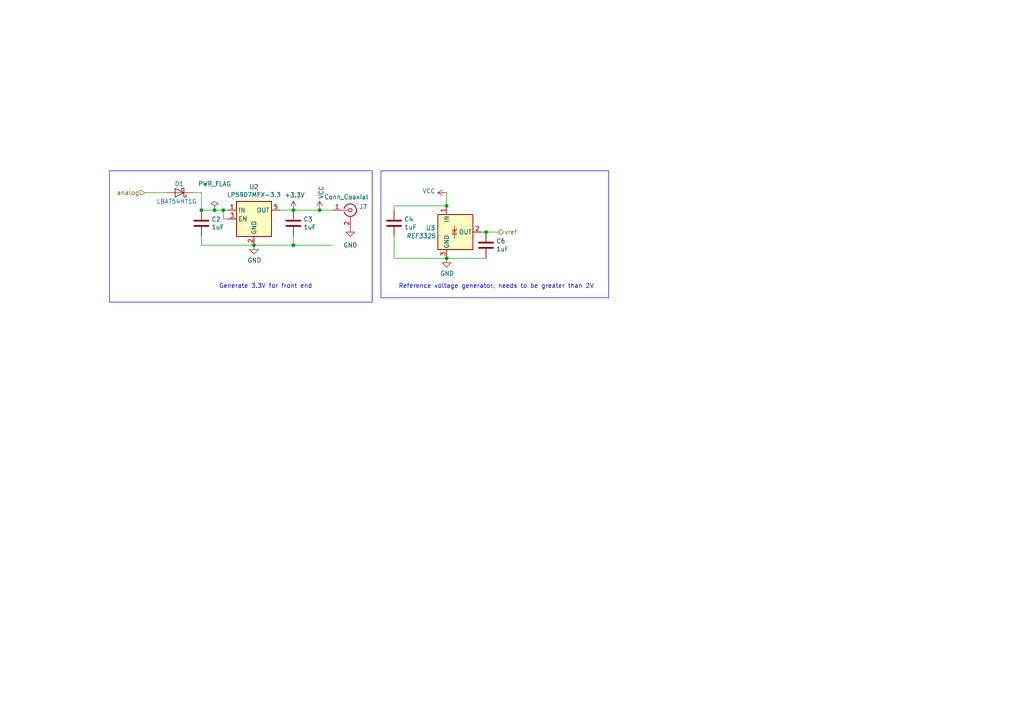
<source format=kicad_sch>
(kicad_sch (version 20230121) (generator eeschema)
  (paper "A4")
  (title_block (date "2023-08-21") (rev "9") (company "Boulder, CO 80305") (comment 1 "325 Broadway") (comment 2 "NIST") (comment 3 "Sae Woo Nam"))
  (lib_symbols
    (symbol "0JLC-6:LP5907MFX-3.3"
      (property "Reference" "U" (at -3.81 6.35 0))
      (property "Value" "LP5907MFX-3.3" (at 6.35 6.35 0))
      (symbol "LP5907MFX-3.3_0_1"
        (rectangle (start -5.08 -5.08) (end 5.08 5.08) (stroke (width 0.254)) (fill (type background)))
        (pin power_in line (at -7.62 2.54 0) (length 2.54) (name "IN") (number "1"))
        (pin power_in line (at 0 -7.62 90) (length 2.54) (name "GND") (number "2"))
        (pin input line (at -7.62 0 0) (length 2.54) (name "EN") (number "3"))
        (pin no_connect line (at 5.08 0 180) (length 2.54) hide (name "NC") (number "4"))
        (pin power_out line (at 7.62 2.54 180) (length 2.54) (name "OUT") (number "5"))
      )
    )
    (symbol "0JLC-7:1uF" (pin_numbers hide) (pin_names (offset 0.254))
      (property "Reference" "C2" (at 2.921 1.1684 0))
      (property "Value" "1uF" (at 2.921 -1.143 0))
      (symbol "1uF_0_1"
        (polyline (pts (xy -2.032 -0.762) (xy 2.032 -0.762)) (stroke (width 0.508)))
        (polyline (pts (xy -2.032 0.762) (xy 2.032 0.762)) (stroke (width 0.508)))
      )
      (symbol "1uF_1_1"
        (pin passive line (at 0 3.81 270) (length 2.794) (name "~") (number "1"))
        (pin passive line (at 0 -3.81 90) (length 2.794) (name "~") (number "2"))
      )
    )
    (symbol "0JLC-7:LBAT54HT1G" (pin_numbers hide) (pin_names (offset 1.016) hide)
      (property "Reference" "D1" (at -1.27 -2.54 0))
      (property "Value" "LBAT54HT1G" (at -5.08 2.54 0))
      (symbol "LBAT54HT1G_0_1"
        (polyline (pts (xy 1.27 0) (xy -1.27 0)))
        (polyline (pts (xy 1.27 1.27) (xy 1.27 -1.27) (xy -1.27 0) (xy 1.27 1.27)) (stroke (width 0.2032)))
        (polyline (pts (xy -1.905 0.635) (xy -1.905 1.27) (xy -1.27 1.27) (xy -1.27 -1.27) (xy -0.635 -1.27) (xy -0.635 -0.635)) (stroke (width 0.2032)))
      )
      (symbol "LBAT54HT1G_1_1"
        (pin passive line (at -3.81 0 0) (length 2.54) (name "K") (number "1"))
        (pin passive line (at 3.81 0 180) (length 2.54) (name "A") (number "2"))
      )
    )
    (symbol "Connector:Conn_Coaxial" (pin_names (offset 1.016) hide)
      (property "Reference" "J" (at 0.254 3.048 0))
      (property "Value" "Conn_Coaxial" (at 2.921 0 90))
      (symbol "Conn_Coaxial_0_1"
        (arc (start -1.778 -0.508) (mid 0.2311 -1.8066) (end 1.778 0) (stroke (width 0.254)))
        (polyline (pts (xy -2.54 0) (xy -0.508 0)))
        (polyline (pts (xy 0 -2.54) (xy 0 -1.778)))
        (circle (center 0 0) (radius 0.508) (stroke (width 0.2032)))
        (arc (start 1.778 0) (mid 0.2099 1.8101) (end -1.778 0.508) (stroke (width 0.254)))
      )
      (symbol "Conn_Coaxial_1_1"
        (pin passive line (at -5.08 0 0) (length 2.54) (name "In") (number "1"))
        (pin passive line (at 0 -5.08 90) (length 2.54) (name "Ext") (number "2"))
      )
    )
    (symbol "Reference_Voltage:REF3033" (pin_names (offset 0.254))
      (property "Reference" "U" (at 0 6.35 0))
      (property "Value" "REF3033" (at 2.54 -6.35 0))
      (symbol "REF3033_0_1"
        (rectangle (start -5.08 5.08) (end 5.08 -5.08) (stroke (width 0.254)) (fill (type background)))
        (polyline (pts (xy -0.254 1.905) (xy -0.254 -1.905)))
        (polyline (pts (xy -0.889 -0.635) (xy 0.381 -0.635) (xy -0.254 0.635) (xy -0.889 -0.635)))
        (polyline (pts (xy 0.381 1.016) (xy 0.381 0.635) (xy -0.889 0.635) (xy -0.889 0.254)))
      )
      (symbol "REF3033_1_1"
        (pin power_in line (at -2.54 7.62 270) (length 2.54) (name "IN") (number "1"))
        (pin power_out line (at 7.62 0 180) (length 2.54) (name "OUT") (number "2"))
        (pin power_in line (at -2.54 -7.62 90) (length 2.54) (name "GND") (number "3"))
      )
    )
    (symbol "power:+3.3V" (power) (pin_names (offset 0))
      (property "Value" "+3.3V" (at 0 3.556 0))
      (symbol "+3.3V_0_1"
        (polyline (pts (xy -0.762 1.27) (xy 0 2.54)))
        (polyline (pts (xy 0 0) (xy 0 2.54)))
        (polyline (pts (xy 0 2.54) (xy 0.762 1.27)))
      )
      (symbol "+3.3V_1_1"
        (pin power_in line (at 0 0 90) (length 0) hide (name "+3.3V") (number "1"))
      )
    )
    (symbol "power:GND" (power) (pin_names (offset 0))
      (property "Value" "GND" (at 0 -3.81 0))
      (symbol "GND_0_1"
        (polyline (pts (xy 0 0) (xy 0 -1.27) (xy 1.27 -1.27) (xy 0 -2.54) (xy -1.27 -1.27) (xy 0 -1.27)))
      )
      (symbol "GND_1_1"
        (pin power_in line (at 0 0 270) (length 0) hide (name "GND") (number "1"))
      )
    )
    (symbol "power:PWR_FLAG" (power) (pin_numbers hide) (pin_names (offset 0) hide)
      (property "Value" "PWR_FLAG" (at 0 3.81 0))
      (symbol "PWR_FLAG_0_0"
        (pin power_out line (at 0 0 90) (length 0) (name "pwr") (number "1"))
      )
      (symbol "PWR_FLAG_0_1"
        (polyline (pts (xy 0 0) (xy 0 1.27) (xy -1.016 1.905) (xy 0 2.54) (xy 1.016 1.905) (xy 0 1.27)))
      )
    )
    (symbol "power:VCC" (power) (pin_names (offset 0))
      (property "Value" "VCC" (at 0 3.81 0))
      (symbol "VCC_0_1"
        (polyline (pts (xy -0.762 1.27) (xy 0 2.54)))
        (polyline (pts (xy 0 0) (xy 0 2.54)))
        (polyline (pts (xy 0 2.54) (xy 0.762 1.27)))
      )
      (symbol "VCC_1_1"
        (pin power_in line (at 0 0 90) (length 0) hide (name "VCC") (number "1"))
      )
    )
  )
  (junction (at 140.97 67.31))
  (junction (at 85.09 71.12))
  (junction (at 64.77 60.96))
  (junction (at 62.23 60.96))
  (junction (at 73.66 71.12))
  (junction (at 92.71 60.96))
  (junction (at 58.42 60.96))
  (junction (at 129.54 74.93))
  (junction (at 85.09 60.96))
  (junction (at 129.54 59.69))
  (wire (pts (xy 58.42 71.12) (xy 73.66 71.12)))
  (wire (pts (xy 114.3 59.69) (xy 129.54 59.69)))
  (wire (pts (xy 85.09 60.96) (xy 92.71 60.96)))
  (polyline (pts (xy 176.53 49.53) (xy 176.53 86.36)))
  (polyline (pts (xy 110.49 86.36) (xy 110.49 49.53)))
  (wire (pts (xy 48.26 55.88) (xy 41.91 55.88)))
  (wire (pts (xy 58.42 55.88) (xy 58.42 60.96)))
  (wire (pts (xy 139.7 67.31) (xy 140.97 67.31)))
  (wire (pts (xy 114.3 74.93) (xy 114.3 68.58)))
  (wire (pts (xy 140.97 74.93) (xy 129.54 74.93)))
  (wire (pts (xy 55.88 55.88) (xy 58.42 55.88)))
  (wire (pts (xy 96.52 71.12) (xy 85.09 71.12)))
  (wire (pts (xy 58.42 60.96) (xy 62.23 60.96)))
  (polyline (pts (xy 110.49 49.53) (xy 176.53 49.53)))
  (wire (pts (xy 64.77 63.5) (xy 64.77 60.96)))
  (wire (pts (xy 85.09 71.12) (xy 73.66 71.12)))
  (wire (pts (xy 64.77 60.96) (xy 66.04 60.96)))
  (polyline (pts (xy 176.53 86.36) (xy 110.49 86.36)))
  (wire (pts (xy 140.97 67.31) (xy 144.78 67.31)))
  (wire (pts (xy 85.09 68.58) (xy 85.09 71.12)))
  (wire (pts (xy 58.42 68.58) (xy 58.42 71.12)))
  (wire (pts (xy 129.54 74.93) (xy 114.3 74.93)))
  (wire (pts (xy 92.71 60.96) (xy 96.52 60.96)))
  (wire (pts (xy 114.3 60.96) (xy 114.3 59.69)))
  (wire (pts (xy 66.04 63.5) (xy 64.77 63.5)))
  (wire (pts (xy 62.23 60.96) (xy 64.77 60.96)))
  (wire (pts (xy 129.54 55.88) (xy 129.54 59.69)))
  (wire (pts (xy 81.28 60.96) (xy 85.09 60.96)))
  (rectangle (start 31.75 49.53) (end 107.95 87.63))
  (text "Generate 3.3V for front end" (at 63.5 83.82 0) (effects (font (size 1.27 1.27)) (justify left bottom)))
  (text "Reference voltage generator, needs to be greater than 2V\n" (at 115.57 83.82 0) (effects (font (size 1.27 1.27)) (justify left bottom)))
  (hierarchical_label "vref" (shape output) (at 144.78 67.31 0))
  (hierarchical_label "analog" (shape input) (at 41.91 55.88 180))
  (symbol (lib_id "0JLC-7:1uF") (at 85.09 64.77 0) (unit 1)
    (property "Reference" "C3" (at 88.011 63.6016 0) (effects (justify left)))
    (property "Value" "1uF" (at 88.011 65.913 0) (effects (justify left)))
    (property "Footprint" "Capacitor_SMD:C_0603_1608Metric_Pad1.08x0.95mm_HandSolder" (effects hide))
    (property "LCSC" "C15849" (effects hide))
    (property "MPN" "CL10A105KB8NNNC" (effects hide))
  )
  (symbol (lib_id "power:+3.3V") (at 85.09 60.96 0) (unit 1)
    (property "Reference" "#PWR05" (effects hide))
    (property "Value" "+3.3V" (at 85.471 56.5658 0))
  )
  (symbol (lib_id "Connector:Conn_Coaxial") (at 101.6 60.96 0) (unit 1)
    (property "Reference" "J7" (at 104.14 59.9831 0) (effects (justify left)))
    (property "Value" "Conn_Coaxial" (at 93.98 57.15 0) (effects (justify left)))
    (property "Footprint" "Connector_Coaxial:U.FL_Hirose_U.FL-R-SMT-1_Vertical" (effects hide))
    (property "Datasheet" " ~" (effects hide))
    (property "LCSC" "C88373" (effects hide))
    (instances (project "sq_lockin_v9" (path "" (reference "J7") (unit 1)) (path "" (reference "J5") (unit 1))))
  )
  (symbol (lib_id "power:GND") (at 129.54 74.93 0) (unit 1)
    (property "Reference" "#PWR09" (effects hide))
    (property "Value" "GND" (at 129.667 79.3242 0))
  )
  (symbol (lib_id "0JLC-7:LBAT54HT1G") (at 52.07 55.88 180) (unit 1)
    (property "Reference" "D1" (at 53.34 53.34 0) (effects (justify left)))
    (property "Value" "LBAT54HT1G" (at 57.15 58.42 0) (effects (justify left)))
    (property "Footprint" "Diode_SMD:D_SOD-323" (effects hide))
    (property "LCSC" "C12744" (effects hide))
    (property "Field5" "LBAT54HT1G" (effects hide))
  )
  (symbol (lib_id "0JLC-7:1uF") (at 114.3 64.77 0) (unit 1)
    (property "Reference" "C4" (at 117.221 63.6016 0) (effects (justify left)))
    (property "Value" "1uF" (at 117.221 65.913 0) (effects (justify left)))
    (property "Footprint" "Capacitor_SMD:C_0603_1608Metric_Pad1.08x0.95mm_HandSolder" (effects hide))
    (property "LCSC" "C15849" (effects hide))
    (property "MPN" "CL10A105KB8NNNC" (effects hide))
  )
  (symbol (lib_id "0JLC-7:1uF") (at 58.42 64.77 0) (unit 1)
    (property "Reference" "C2" (at 61.341 63.6016 0) (effects (justify left)))
    (property "Value" "1uF" (at 61.341 65.913 0) (effects (justify left)))
    (property "Footprint" "Capacitor_SMD:C_0603_1608Metric_Pad1.08x0.95mm_HandSolder" (effects hide))
    (property "LCSC" "C15849" (effects hide))
    (property "MPN" "CL10A105KB8NNNC" (effects hide))
  )
  (symbol (lib_id "0JLC-7:1uF") (at 140.97 71.12 0) (unit 1)
    (property "Reference" "C6" (at 143.891 69.9516 0) (effects (justify left)))
    (property "Value" "1uF" (at 143.891 72.263 0) (effects (justify left)))
    (property "Footprint" "Capacitor_SMD:C_0603_1608Metric_Pad1.08x0.95mm_HandSolder" (effects hide))
    (property "LCSC" "C15849" (effects hide))
    (property "MPN" "CL10A105KB8NNNC" (effects hide))
  )
  (symbol (lib_id "power:VCC") (at 129.54 55.88 90) (unit 1)
    (property "Reference" "#PWR08" (effects hide))
    (property "Value" "VCC" (at 126.3142 55.4228 90) (effects (justify left)))
  )
  (symbol (lib_id "Reference_Voltage:REF3033") (at 132.08 67.31 0) (unit 1)
    (property "Reference" "U3" (at 126.2634 66.1416 0) (effects (justify right)))
    (property "Value" "REF3325" (at 126.2634 68.453 0) (effects (font italic) (justify right)))
    (property "Footprint" "Package_TO_SOT_SMD:SOT-23" (effects hide))
    (property "Datasheet" "http://www.ti.com/lit/ds/symlink/ref3033.pdf" (effects hide))
    (property "LCSC" "C69039" (effects hide))
    (property "MPN" "REF3325AIDBZR" (effects hide))
    (property "JLCPCB Rotation Offset" "180" (effects hide))
  )
  (symbol (lib_id "0JLC-6:LP5907MFX-3.3") (at 73.66 63.5 0) (unit 1)
    (property "Reference" "U2" (at 73.66 54.1782 0))
    (property "Value" "LP5907MFX-3.3" (at 73.66 56.4896 0))
    (property "Footprint" "Package_TO_SOT_SMD:SOT-23-5" (effects hide))
    (property "Datasheet" "http://www.ti.com/lit/ds/symlink/lp5907.pdf" (effects hide))
    (property "LCSC" "C80670" (effects hide))
    (property "MPN" "LP5907MFX-3.3/NOPB" (effects hide))
    (property "JLCPCB Rotation Offset" "180" (effects hide))
  )
  (symbol (lib_id "power:GND") (at 101.6 66.04 0) (unit 1)
    (property "Reference" "#PWR07" (effects hide))
    (property "Value" "GND" (at 101.6 71.12 0))
    (property "Footprint" "Connector_Coaxial:U.FL_Hirose_U.FL-R-SMT-1_Vertical" (effects hide))
  )
  (symbol (lib_id "power:VCC") (at 92.71 60.96 0) (unit 1)
    (property "Reference" "#PWR06" (effects hide))
    (property "Value" "VCC" (at 93.1672 57.7342 90) (effects (justify left)))
  )
  (symbol (lib_id "power:GND") (at 73.66 71.12 0) (unit 1)
    (property "Reference" "#PWR04" (effects hide))
    (property "Value" "GND" (at 73.787 75.5142 0))
  )
  (symbol (lib_id "power:PWR_FLAG") (at 62.23 60.96 0) (unit 1)
    (property "Reference" "#FLG01" (effects hide))
    (property "Value" "PWR_FLAG" (at 62.23 53.34 0))
  )
)
</source>
